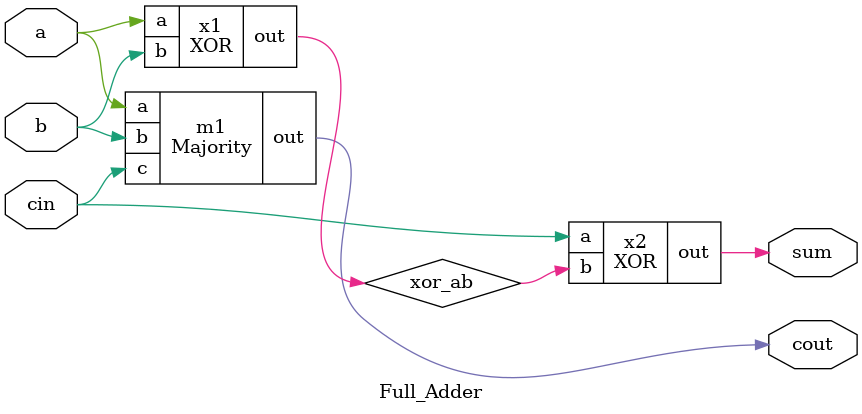
<source format=v>
`timescale 1ns/1ps
module AND(a, b, out);
    input a, b;
    output out;
    wire ab;
    nand n1(ab, a, b);
    nand n2(out, ab, ab);
endmodule

module XOR(a, b, out);
    input a, b;
    output out;
    wire nand_ab, nand_aba, nand_abb;
    nand n1(nand_ab, a, b);
    nand n2(nand_aba, nand_ab, a);
    nand n3(nand_abb, nand_ab, b);
    nand n4(out, nand_aba, nand_abb);
endmodule

module OR(a, b, out);
    input a, b;
    output out;
    wire _a, _b;
    NOT n1(a, _a);
    NOT n2(b, _b);
    nand n3(out, _a, _b);
endmodule

module NOT(a, out);
    input a;
    output out;
    nand n1(out, a, a);
endmodule

module Majority(a, b, c, out);
    input a, b, c;
    output out;
    wire w1, w2, w3, w4;
    AND a1(a, b, w1);
    AND a2(b, c, w4);
    AND a3(a, c, w2);
    OR o1(w1, w2, w3);
    OR o2(w3, w4, out);
endmodule

module Half_Adder(a, b, cout, sum);
    input a, b;
    output cout, sum;
    AND a1(a, b, cout);
    XOR x1(a, b, sum);
endmodule

module Full_Adder (a, b, cin, cout, sum);
    input a, b, cin;
    output cout, sum;
    wire xor_ab;
    Majority m1(a, b, cin, cout);
    XOR x1(a, b, xor_ab);
    XOR x2(cin, xor_ab, sum);
endmodule


</source>
